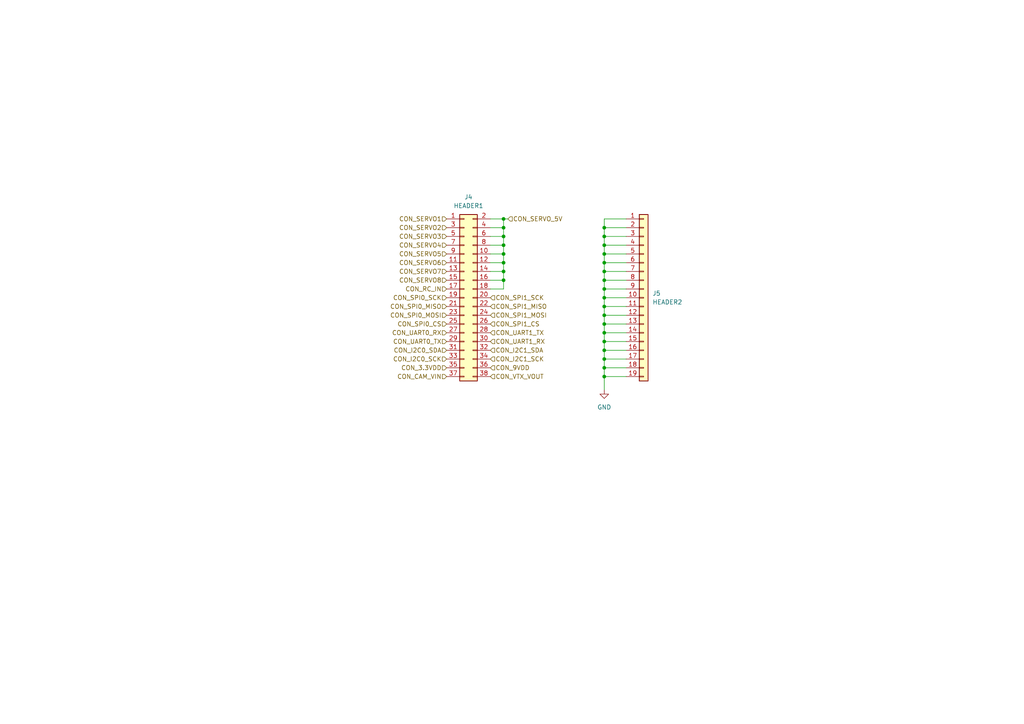
<source format=kicad_sch>
(kicad_sch (version 20230121) (generator eeschema)
  (paper "A4")
  (lib_symbols
    (symbol "Connector_Generic:Conn_01x19" (pin_names (offset 1.016) hide)
      (property "Reference" "J" (at 0 25.4 0))
      (property "Value" "Conn_01x19" (at 0 -25.4 0))
      (symbol "Conn_01x19_1_1"
        (rectangle (start -1.27 -22.733) (end 0 -22.987) (stroke (width 0.1524)))
        (rectangle (start -1.27 -20.193) (end 0 -20.447) (stroke (width 0.1524)))
        (rectangle (start -1.27 -17.653) (end 0 -17.907) (stroke (width 0.1524)))
        (rectangle (start -1.27 -15.113) (end 0 -15.367) (stroke (width 0.1524)))
        (rectangle (start -1.27 -12.573) (end 0 -12.827) (stroke (width 0.1524)))
        (rectangle (start -1.27 -10.033) (end 0 -10.287) (stroke (width 0.1524)))
        (rectangle (start -1.27 -7.493) (end 0 -7.747) (stroke (width 0.1524)))
        (rectangle (start -1.27 -4.953) (end 0 -5.207) (stroke (width 0.1524)))
        (rectangle (start -1.27 -2.413) (end 0 -2.667) (stroke (width 0.1524)))
        (rectangle (start -1.27 0.127) (end 0 -0.127) (stroke (width 0.1524)))
        (rectangle (start -1.27 2.667) (end 0 2.413) (stroke (width 0.1524)))
        (rectangle (start -1.27 5.207) (end 0 4.953) (stroke (width 0.1524)))
        (rectangle (start -1.27 7.747) (end 0 7.493) (stroke (width 0.1524)))
        (rectangle (start -1.27 10.287) (end 0 10.033) (stroke (width 0.1524)))
        (rectangle (start -1.27 12.827) (end 0 12.573) (stroke (width 0.1524)))
        (rectangle (start -1.27 15.367) (end 0 15.113) (stroke (width 0.1524)))
        (rectangle (start -1.27 17.907) (end 0 17.653) (stroke (width 0.1524)))
        (rectangle (start -1.27 20.447) (end 0 20.193) (stroke (width 0.1524)))
        (rectangle (start -1.27 22.987) (end 0 22.733) (stroke (width 0.1524)))
        (rectangle (start -1.27 24.13) (end 1.27 -24.13) (stroke (width 0.254)) (fill (type background)))
        (pin passive line (at -5.08 22.86 0) (length 3.81) (name "Pin_1") (number "1"))
        (pin passive line (at -5.08 0 0) (length 3.81) (name "Pin_10") (number "10"))
        (pin passive line (at -5.08 -2.54 0) (length 3.81) (name "Pin_11") (number "11"))
        (pin passive line (at -5.08 -5.08 0) (length 3.81) (name "Pin_12") (number "12"))
        (pin passive line (at -5.08 -7.62 0) (length 3.81) (name "Pin_13") (number "13"))
        (pin passive line (at -5.08 -10.16 0) (length 3.81) (name "Pin_14") (number "14"))
        (pin passive line (at -5.08 -12.7 0) (length 3.81) (name "Pin_15") (number "15"))
        (pin passive line (at -5.08 -15.24 0) (length 3.81) (name "Pin_16") (number "16"))
        (pin passive line (at -5.08 -17.78 0) (length 3.81) (name "Pin_17") (number "17"))
        (pin passive line (at -5.08 -20.32 0) (length 3.81) (name "Pin_18") (number "18"))
        (pin passive line (at -5.08 -22.86 0) (length 3.81) (name "Pin_19") (number "19"))
        (pin passive line (at -5.08 20.32 0) (length 3.81) (name "Pin_2") (number "2"))
        (pin passive line (at -5.08 17.78 0) (length 3.81) (name "Pin_3") (number "3"))
        (pin passive line (at -5.08 15.24 0) (length 3.81) (name "Pin_4") (number "4"))
        (pin passive line (at -5.08 12.7 0) (length 3.81) (name "Pin_5") (number "5"))
        (pin passive line (at -5.08 10.16 0) (length 3.81) (name "Pin_6") (number "6"))
        (pin passive line (at -5.08 7.62 0) (length 3.81) (name "Pin_7") (number "7"))
        (pin passive line (at -5.08 5.08 0) (length 3.81) (name "Pin_8") (number "8"))
        (pin passive line (at -5.08 2.54 0) (length 3.81) (name "Pin_9") (number "9"))
      )
    )
    (symbol "Connector_Generic:Conn_02x19_Odd_Even" (pin_names (offset 1.016) hide)
      (property "Reference" "J" (at 1.27 25.4 0))
      (property "Value" "Conn_02x19_Odd_Even" (at 1.27 -25.4 0))
      (symbol "Conn_02x19_Odd_Even_1_1"
        (rectangle (start -1.27 -22.733) (end 0 -22.987) (stroke (width 0.1524)))
        (rectangle (start -1.27 -20.193) (end 0 -20.447) (stroke (width 0.1524)))
        (rectangle (start -1.27 -17.653) (end 0 -17.907) (stroke (width 0.1524)))
        (rectangle (start -1.27 -15.113) (end 0 -15.367) (stroke (width 0.1524)))
        (rectangle (start -1.27 -12.573) (end 0 -12.827) (stroke (width 0.1524)))
        (rectangle (start -1.27 -10.033) (end 0 -10.287) (stroke (width 0.1524)))
        (rectangle (start -1.27 -7.493) (end 0 -7.747) (stroke (width 0.1524)))
        (rectangle (start -1.27 -4.953) (end 0 -5.207) (stroke (width 0.1524)))
        (rectangle (start -1.27 -2.413) (end 0 -2.667) (stroke (width 0.1524)))
        (rectangle (start -1.27 0.127) (end 0 -0.127) (stroke (width 0.1524)))
        (rectangle (start -1.27 2.667) (end 0 2.413) (stroke (width 0.1524)))
        (rectangle (start -1.27 5.207) (end 0 4.953) (stroke (width 0.1524)))
        (rectangle (start -1.27 7.747) (end 0 7.493) (stroke (width 0.1524)))
        (rectangle (start -1.27 10.287) (end 0 10.033) (stroke (width 0.1524)))
        (rectangle (start -1.27 12.827) (end 0 12.573) (stroke (width 0.1524)))
        (rectangle (start -1.27 15.367) (end 0 15.113) (stroke (width 0.1524)))
        (rectangle (start -1.27 17.907) (end 0 17.653) (stroke (width 0.1524)))
        (rectangle (start -1.27 20.447) (end 0 20.193) (stroke (width 0.1524)))
        (rectangle (start -1.27 22.987) (end 0 22.733) (stroke (width 0.1524)))
        (rectangle (start -1.27 24.13) (end 3.81 -24.13) (stroke (width 0.254)) (fill (type background)))
        (rectangle (start 3.81 -22.733) (end 2.54 -22.987) (stroke (width 0.1524)))
        (rectangle (start 3.81 -20.193) (end 2.54 -20.447) (stroke (width 0.1524)))
        (rectangle (start 3.81 -17.653) (end 2.54 -17.907) (stroke (width 0.1524)))
        (rectangle (start 3.81 -15.113) (end 2.54 -15.367) (stroke (width 0.1524)))
        (rectangle (start 3.81 -12.573) (end 2.54 -12.827) (stroke (width 0.1524)))
        (rectangle (start 3.81 -10.033) (end 2.54 -10.287) (stroke (width 0.1524)))
        (rectangle (start 3.81 -7.493) (end 2.54 -7.747) (stroke (width 0.1524)))
        (rectangle (start 3.81 -4.953) (end 2.54 -5.207) (stroke (width 0.1524)))
        (rectangle (start 3.81 -2.413) (end 2.54 -2.667) (stroke (width 0.1524)))
        (rectangle (start 3.81 0.127) (end 2.54 -0.127) (stroke (width 0.1524)))
        (rectangle (start 3.81 2.667) (end 2.54 2.413) (stroke (width 0.1524)))
        (rectangle (start 3.81 5.207) (end 2.54 4.953) (stroke (width 0.1524)))
        (rectangle (start 3.81 7.747) (end 2.54 7.493) (stroke (width 0.1524)))
        (rectangle (start 3.81 10.287) (end 2.54 10.033) (stroke (width 0.1524)))
        (rectangle (start 3.81 12.827) (end 2.54 12.573) (stroke (width 0.1524)))
        (rectangle (start 3.81 15.367) (end 2.54 15.113) (stroke (width 0.1524)))
        (rectangle (start 3.81 17.907) (end 2.54 17.653) (stroke (width 0.1524)))
        (rectangle (start 3.81 20.447) (end 2.54 20.193) (stroke (width 0.1524)))
        (rectangle (start 3.81 22.987) (end 2.54 22.733) (stroke (width 0.1524)))
        (pin passive line (at -5.08 22.86 0) (length 3.81) (name "Pin_1") (number "1"))
        (pin passive line (at 7.62 12.7 180) (length 3.81) (name "Pin_10") (number "10"))
        (pin passive line (at -5.08 10.16 0) (length 3.81) (name "Pin_11") (number "11"))
        (pin passive line (at 7.62 10.16 180) (length 3.81) (name "Pin_12") (number "12"))
        (pin passive line (at -5.08 7.62 0) (length 3.81) (name "Pin_13") (number "13"))
        (pin passive line (at 7.62 7.62 180) (length 3.81) (name "Pin_14") (number "14"))
        (pin passive line (at -5.08 5.08 0) (length 3.81) (name "Pin_15") (number "15"))
        (pin passive line (at 7.62 5.08 180) (length 3.81) (name "Pin_16") (number "16"))
        (pin passive line (at -5.08 2.54 0) (length 3.81) (name "Pin_17") (number "17"))
        (pin passive line (at 7.62 2.54 180) (length 3.81) (name "Pin_18") (number "18"))
        (pin passive line (at -5.08 0 0) (length 3.81) (name "Pin_19") (number "19"))
        (pin passive line (at 7.62 22.86 180) (length 3.81) (name "Pin_2") (number "2"))
        (pin passive line (at 7.62 0 180) (length 3.81) (name "Pin_20") (number "20"))
        (pin passive line (at -5.08 -2.54 0) (length 3.81) (name "Pin_21") (number "21"))
        (pin passive line (at 7.62 -2.54 180) (length 3.81) (name "Pin_22") (number "22"))
        (pin passive line (at -5.08 -5.08 0) (length 3.81) (name "Pin_23") (number "23"))
        (pin passive line (at 7.62 -5.08 180) (length 3.81) (name "Pin_24") (number "24"))
        (pin passive line (at -5.08 -7.62 0) (length 3.81) (name "Pin_25") (number "25"))
        (pin passive line (at 7.62 -7.62 180) (length 3.81) (name "Pin_26") (number "26"))
        (pin passive line (at -5.08 -10.16 0) (length 3.81) (name "Pin_27") (number "27"))
        (pin passive line (at 7.62 -10.16 180) (length 3.81) (name "Pin_28") (number "28"))
        (pin passive line (at -5.08 -12.7 0) (length 3.81) (name "Pin_29") (number "29"))
        (pin passive line (at -5.08 20.32 0) (length 3.81) (name "Pin_3") (number "3"))
        (pin passive line (at 7.62 -12.7 180) (length 3.81) (name "Pin_30") (number "30"))
        (pin passive line (at -5.08 -15.24 0) (length 3.81) (name "Pin_31") (number "31"))
        (pin passive line (at 7.62 -15.24 180) (length 3.81) (name "Pin_32") (number "32"))
        (pin passive line (at -5.08 -17.78 0) (length 3.81) (name "Pin_33") (number "33"))
        (pin passive line (at 7.62 -17.78 180) (length 3.81) (name "Pin_34") (number "34"))
        (pin passive line (at -5.08 -20.32 0) (length 3.81) (name "Pin_35") (number "35"))
        (pin passive line (at 7.62 -20.32 180) (length 3.81) (name "Pin_36") (number "36"))
        (pin passive line (at -5.08 -22.86 0) (length 3.81) (name "Pin_37") (number "37"))
        (pin passive line (at 7.62 -22.86 180) (length 3.81) (name "Pin_38") (number "38"))
        (pin passive line (at 7.62 20.32 180) (length 3.81) (name "Pin_4") (number "4"))
        (pin passive line (at -5.08 17.78 0) (length 3.81) (name "Pin_5") (number "5"))
        (pin passive line (at 7.62 17.78 180) (length 3.81) (name "Pin_6") (number "6"))
        (pin passive line (at -5.08 15.24 0) (length 3.81) (name "Pin_7") (number "7"))
        (pin passive line (at 7.62 15.24 180) (length 3.81) (name "Pin_8") (number "8"))
        (pin passive line (at -5.08 12.7 0) (length 3.81) (name "Pin_9") (number "9"))
      )
    )
    (symbol "power:GND" (power) (pin_names (offset 0))
      (property "Value" "GND" (at 0 -3.81 0))
      (symbol "GND_0_1"
        (polyline (pts (xy 0 0) (xy 0 -1.27) (xy 1.27 -1.27) (xy 0 -2.54) (xy -1.27 -1.27) (xy 0 -1.27)))
      )
      (symbol "GND_1_1"
        (pin power_in line (at 0 0 270) (length 0) hide (name "GND") (number "1"))
      )
    )
  )
  (junction (at 175.26 86.36))
  (junction (at 175.26 104.14))
  (junction (at 146.05 76.2))
  (junction (at 146.05 63.5))
  (junction (at 175.26 99.06))
  (junction (at 146.05 81.28))
  (junction (at 175.26 83.82))
  (junction (at 146.05 68.58))
  (junction (at 146.05 73.66))
  (junction (at 146.05 78.74))
  (junction (at 175.26 88.9))
  (junction (at 175.26 71.12))
  (junction (at 175.26 76.2))
  (junction (at 175.26 106.68))
  (junction (at 175.26 93.98))
  (junction (at 175.26 78.74))
  (junction (at 146.05 66.04))
  (junction (at 175.26 101.6))
  (junction (at 146.05 71.12))
  (junction (at 175.26 96.52))
  (junction (at 175.26 91.44))
  (junction (at 175.26 73.66))
  (junction (at 175.26 81.28))
  (junction (at 175.26 109.22))
  (junction (at 175.26 66.04))
  (junction (at 175.26 68.58))
  (wire (pts (xy 175.26 91.44) (xy 181.61 91.44)))
  (wire (pts (xy 146.05 68.58) (xy 146.05 66.04)))
  (wire (pts (xy 175.26 109.22) (xy 175.26 113.03)))
  (wire (pts (xy 146.05 73.66) (xy 146.05 71.12)))
  (wire (pts (xy 175.26 63.5) (xy 175.26 66.04)))
  (wire (pts (xy 175.26 86.36) (xy 175.26 88.9)))
  (wire (pts (xy 175.26 66.04) (xy 181.61 66.04)))
  (wire (pts (xy 181.61 63.5) (xy 175.26 63.5)))
  (wire (pts (xy 175.26 88.9) (xy 181.61 88.9)))
  (wire (pts (xy 175.26 99.06) (xy 175.26 101.6)))
  (wire (pts (xy 175.26 101.6) (xy 181.61 101.6)))
  (wire (pts (xy 175.26 96.52) (xy 181.61 96.52)))
  (wire (pts (xy 175.26 78.74) (xy 181.61 78.74)))
  (wire (pts (xy 142.24 81.28) (xy 146.05 81.28)))
  (wire (pts (xy 142.24 66.04) (xy 146.05 66.04)))
  (wire (pts (xy 175.26 76.2) (xy 175.26 78.74)))
  (wire (pts (xy 175.26 104.14) (xy 175.26 106.68)))
  (wire (pts (xy 175.26 91.44) (xy 175.26 93.98)))
  (wire (pts (xy 175.26 106.68) (xy 175.26 109.22)))
  (wire (pts (xy 142.24 73.66) (xy 146.05 73.66)))
  (wire (pts (xy 146.05 63.5) (xy 147.32 63.5)))
  (wire (pts (xy 175.26 73.66) (xy 181.61 73.66)))
  (wire (pts (xy 175.26 78.74) (xy 175.26 81.28)))
  (wire (pts (xy 146.05 71.12) (xy 146.05 68.58)))
  (wire (pts (xy 142.24 68.58) (xy 146.05 68.58)))
  (wire (pts (xy 175.26 66.04) (xy 175.26 68.58)))
  (wire (pts (xy 175.26 93.98) (xy 175.26 96.52)))
  (wire (pts (xy 175.26 88.9) (xy 175.26 91.44)))
  (wire (pts (xy 142.24 63.5) (xy 146.05 63.5)))
  (wire (pts (xy 175.26 101.6) (xy 175.26 104.14)))
  (wire (pts (xy 175.26 86.36) (xy 181.61 86.36)))
  (wire (pts (xy 175.26 104.14) (xy 181.61 104.14)))
  (wire (pts (xy 142.24 78.74) (xy 146.05 78.74)))
  (wire (pts (xy 142.24 71.12) (xy 146.05 71.12)))
  (wire (pts (xy 146.05 83.82) (xy 146.05 81.28)))
  (wire (pts (xy 175.26 106.68) (xy 181.61 106.68)))
  (wire (pts (xy 142.24 83.82) (xy 146.05 83.82)))
  (wire (pts (xy 175.26 81.28) (xy 175.26 83.82)))
  (wire (pts (xy 175.26 76.2) (xy 181.61 76.2)))
  (wire (pts (xy 175.26 83.82) (xy 175.26 86.36)))
  (wire (pts (xy 175.26 71.12) (xy 181.61 71.12)))
  (wire (pts (xy 175.26 83.82) (xy 181.61 83.82)))
  (wire (pts (xy 146.05 76.2) (xy 146.05 73.66)))
  (wire (pts (xy 146.05 78.74) (xy 146.05 76.2)))
  (wire (pts (xy 175.26 99.06) (xy 181.61 99.06)))
  (wire (pts (xy 142.24 76.2) (xy 146.05 76.2)))
  (wire (pts (xy 175.26 73.66) (xy 175.26 76.2)))
  (wire (pts (xy 146.05 66.04) (xy 146.05 63.5)))
  (wire (pts (xy 146.05 81.28) (xy 146.05 78.74)))
  (wire (pts (xy 175.26 96.52) (xy 175.26 99.06)))
  (wire (pts (xy 175.26 68.58) (xy 181.61 68.58)))
  (wire (pts (xy 175.26 109.22) (xy 181.61 109.22)))
  (wire (pts (xy 175.26 71.12) (xy 175.26 73.66)))
  (wire (pts (xy 175.26 81.28) (xy 181.61 81.28)))
  (wire (pts (xy 175.26 93.98) (xy 181.61 93.98)))
  (wire (pts (xy 175.26 68.58) (xy 175.26 71.12)))
  (hierarchical_label "CON_SPI1_CS" (shape input) (at 142.24 93.98 0))
  (hierarchical_label "CON_RC_IN" (shape input) (at 129.54 83.82 180))
  (hierarchical_label "CON_I2C1_SCK" (shape input) (at 142.24 104.14 0))
  (hierarchical_label "CON_SERVO4" (shape input) (at 129.54 71.12 180))
  (hierarchical_label "CON_SERVO1" (shape input) (at 129.54 63.5 180))
  (hierarchical_label "CON_SPI0_MISO" (shape input) (at 129.54 88.9 180))
  (hierarchical_label "CON_SPI0_CS" (shape input) (at 129.54 93.98 180))
  (hierarchical_label "CON_SPI1_MISO" (shape input) (at 142.24 88.9 0))
  (hierarchical_label "CON_SERVO_5V" (shape input) (at 147.32 63.5 0))
  (hierarchical_label "CON_3.3VDD" (shape input) (at 129.54 106.68 180))
  (hierarchical_label "CON_SERVO6" (shape input) (at 129.54 76.2 180))
  (hierarchical_label "CON_I2C1_SDA" (shape input) (at 142.24 101.6 0))
  (hierarchical_label "CON_I2C0_SCK" (shape input) (at 129.54 104.14 180))
  (hierarchical_label "CON_SPI0_SCK" (shape input) (at 129.54 86.36 180))
  (hierarchical_label "CON_VTX_VOUT" (shape input) (at 142.24 109.22 0))
  (hierarchical_label "CON_UART0_TX" (shape input) (at 129.54 99.06 180))
  (hierarchical_label "CON_SERVO3" (shape input) (at 129.54 68.58 180))
  (hierarchical_label "CON_SERVO5" (shape input) (at 129.54 73.66 180))
  (hierarchical_label "CON_CAM_VIN" (shape input) (at 129.54 109.22 180))
  (hierarchical_label "CON_SPI1_MOSI" (shape input) (at 142.24 91.44 0))
  (hierarchical_label "CON_UART1_TX" (shape input) (at 142.24 96.52 0))
  (hierarchical_label "CON_UART1_RX" (shape input) (at 142.24 99.06 0))
  (hierarchical_label "CON_I2C0_SDA" (shape input) (at 129.54 101.6 180))
  (hierarchical_label "CON_9VDD" (shape input) (at 142.24 106.68 0))
  (hierarchical_label "CON_SERVO8" (shape input) (at 129.54 81.28 180))
  (hierarchical_label "CON_SERVO7" (shape input) (at 129.54 78.74 180))
  (hierarchical_label "CON_SERVO2" (shape input) (at 129.54 66.04 180))
  (hierarchical_label "CON_UART0_RX" (shape input) (at 129.54 96.52 180))
  (hierarchical_label "CON_SPI1_SCK" (shape input) (at 142.24 86.36 0))
  (hierarchical_label "CON_SPI0_MOSI" (shape input) (at 129.54 91.44 180))
  (symbol (lib_id "Connector_Generic:Conn_02x19_Odd_Even") (at 134.62 86.36 0) (unit 1)
    (property "Reference" "J4" (at 135.89 57.15 0))
    (property "Value" "HEADER1" (at 135.89 59.69 0))
    (property "Footprint" "Connector_PinHeader_2.54mm:PinHeader_2x19_P2.54mm_Vertical" (effects hide))
  )
  (symbol (lib_id "power:GND") (at 175.26 113.03 0) (unit 1)
    (property "Reference" "#PWR051" (effects hide))
    (property "Value" "GND" (at 175.26 118.11 0))
  )
  (symbol (lib_id "Connector_Generic:Conn_01x19") (at 186.69 86.36 0) (unit 1)
    (property "Reference" "J5" (at 189.23 85.09 0) (effects (justify left)))
    (property "Value" "HEADER2" (at 189.23 87.63 0) (effects (justify left)))
    (property "Footprint" "Connector_PinHeader_2.54mm:PinHeader_1x19_P2.54mm_Vertical" (effects hide))
  )
)
</source>
